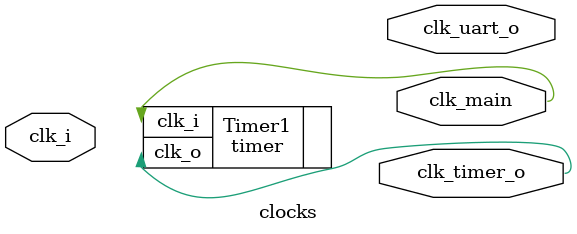
<source format=v>
module clocks(
    input clk_i,
    output clk_main,   // slow clock for logic ann
    output clk_uart_o, // bauds
    output clk_timer_o // restart timer
);


/* Automatic restart */
timer Timer1 (
   .clk_i(clk_main),
   .clk_o(clk_timer_o)
);


endmodule

</source>
